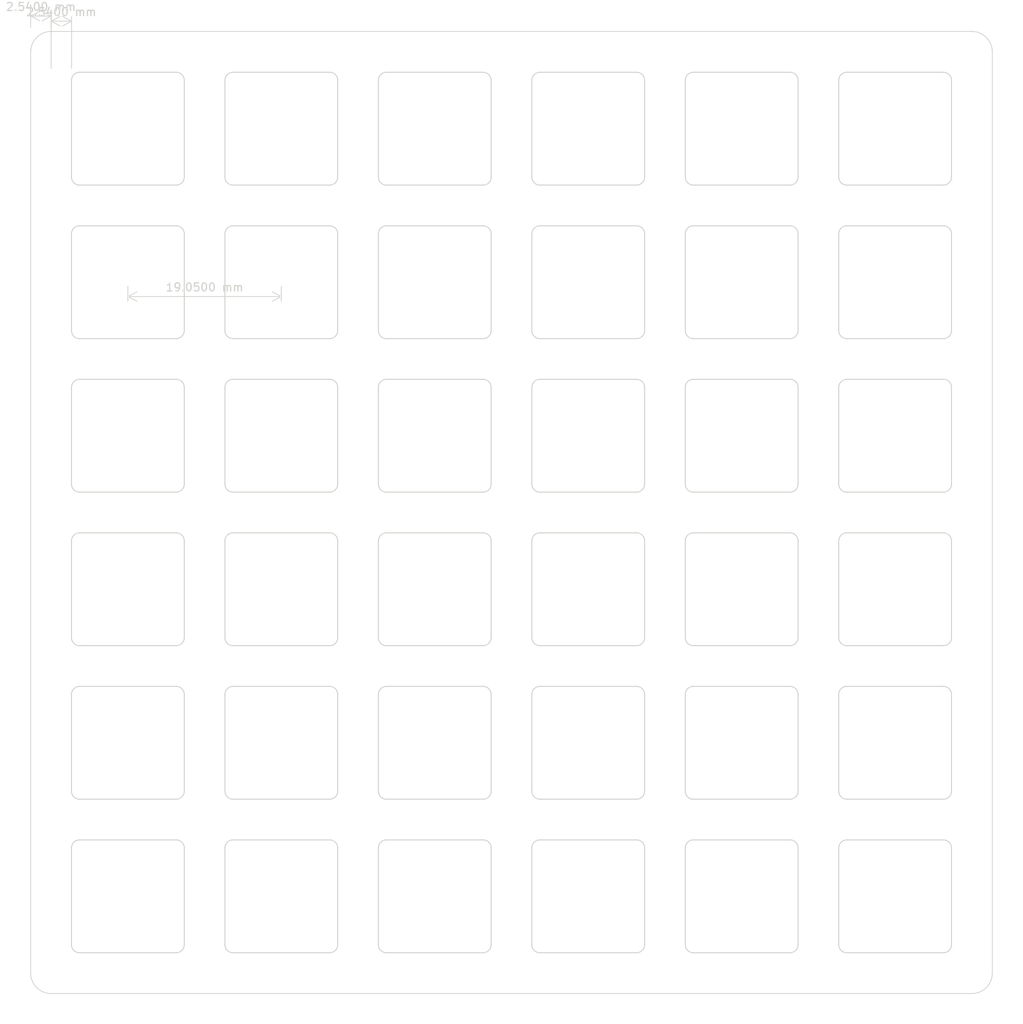
<source format=kicad_pcb>
(kicad_pcb (version 20211014) (generator pcbnew)
  (layers (0 "F.Cu" signal) (31 "B.Cu" signal) (34 "B.Paste" user) (35 "F.Paste" user) (36 "B.SilkS" user "B.Silkscreen") (37 "F.SilkS" user "F.Silkscreen") (38 "B.Mask" user) (39 "F.Mask" user) (44 "Edge.Cuts" user))
  (net 0 "")
  (footprint "Keyboard_JSA:Switch_Hole_Cutout_w_Deco" (layer "F.Cu") (at 88.9 107.95)
    (fp_text reference "REF**27" hide)
    (fp_text value "e" hide)
    (fp_line (start -7 6) (end -7 -6) (layer "Edge.Cuts") (width 0.12))
    (fp_line (start 7 6) (end 7 -6) (layer "Edge.Cuts") (width 0.12))
    (fp_line (start -6 -7) (end 6 -7) (layer "Edge.Cuts") (width 0.12))
    (fp_line (start -6 7) (end 6 7) (layer "Edge.Cuts") (width 0.12))
    (fp_arc (start 7 6) (mid 6.707107 6.707107) (end 6 7) (layer "Edge.Cuts") (width 0.12))
    (fp_arc (start -7 -6) (mid -6.707107 -6.707107) (end -6 -7) (layer "Edge.Cuts") (width 0.12))
    (fp_arc (start 6 -7) (mid 6.707107 -6.707107) (end 7 -6) (layer "Edge.Cuts") (width 0.12))
    (fp_arc (start -6 7) (mid -6.707107 6.707107) (end -7 6) (layer "Edge.Cuts") (width 0.12))
  )
  (footprint "Keyboard_JSA:Switch_Hole_Cutout_w_Deco" (layer "F.Cu") (at 50.8 88.9)
    (fp_text reference "REF**19" hide)
    (fp_text value "e" hide)
    (fp_line (start -7 6) (end -7 -6) (layer "Edge.Cuts") (width 0.12))
    (fp_line (start -6 -7) (end 6 -7) (layer "Edge.Cuts") (width 0.12))
    (fp_line (start 7 6) (end 7 -6) (layer "Edge.Cuts") (width 0.12))
    (fp_line (start -6 7) (end 6 7) (layer "Edge.Cuts") (width 0.12))
    (fp_arc (start -7 -6) (mid -6.707107 -6.707107) (end -6 -7) (layer "Edge.Cuts") (width 0.12))
    (fp_arc (start -6 7) (mid -6.707107 6.707107) (end -7 6) (layer "Edge.Cuts") (width 0.12))
    (fp_arc (start 6 -7) (mid 6.707107 -6.707107) (end 7 -6) (layer "Edge.Cuts") (width 0.12))
    (fp_arc (start 7 6) (mid 6.707107 6.707107) (end 6 7) (layer "Edge.Cuts") (width 0.12))
  )
  (footprint "MountingHole:MountingHole_2.7mm_M2.5" (layer "F.Cu") (at 117.475 117.475)
    (fp_text reference "REF**")
    (fp_text value "MountingHole_2.7mm_M2.5")
    (pad "" np_thru_hole circle (at 0 0) (size 2.7 2.7) (drill 2.7) (layers *.Cu *.Mask))
  )
  (footprint "Keyboard_JSA:Switch_Hole_Cutout_w_Deco" (layer "F.Cu") (at 107.95 50.8)
    (fp_text reference "REF**10" hide)
    (fp_text value "e" hide)
    (fp_line (start -6 -7) (end 6 -7) (layer "Edge.Cuts") (width 0.12))
    (fp_line (start 7 6) (end 7 -6) (layer "Edge.Cuts") (width 0.12))
    (fp_line (start -7 6) (end -7 -6) (layer "Edge.Cuts") (width 0.12))
    (fp_line (start -6 7) (end 6 7) (layer "Edge.Cuts") (width 0.12))
    (fp_arc (start 6 -7) (mid 6.707107 -6.707107) (end 7 -6) (layer "Edge.Cuts") (width 0.12))
    (fp_arc (start -7 -6) (mid -6.707107 -6.707107) (end -6 -7) (layer "Edge.Cuts") (width 0.12))
    (fp_arc (start 7 6) (mid 6.707107 6.707107) (end 6 7) (layer "Edge.Cuts") (width 0.12))
    (fp_arc (start -6 7) (mid -6.707107 6.707107) (end -7 6) (layer "Edge.Cuts") (width 0.12))
  )
  (footprint "Keyboard_JSA:Switch_Hole_Cutout_w_Deco" (layer "F.Cu") (at 69.85 31.75)
    (fp_text reference "REF**2" hide)
    (fp_text value "e" hide)
    (fp_line (start -6 7) (end 6 7) (layer "Edge.Cuts") (width 0.12))
    (fp_line (start 7 6) (end 7 -6) (layer "Edge.Cuts") (width 0.12))
    (fp_line (start -6 -7) (end 6 -7) (layer "Edge.Cuts") (width 0.12))
    (fp_line (start -7 6) (end -7 -6) (layer "Edge.Cuts") (width 0.12))
    (fp_arc (start 6 -7) (mid 6.707107 -6.707107) (end 7 -6) (layer "Edge.Cuts") (width 0.12))
    (fp_arc (start 7 6) (mid 6.707107 6.707107) (end 6 7) (layer "Edge.Cuts") (width 0.12))
    (fp_arc (start -7 -6) (mid -6.707107 -6.707107) (end -6 -7) (layer "Edge.Cuts") (width 0.12))
    (fp_arc (start -6 7) (mid -6.707107 6.707107) (end -7 6) (layer "Edge.Cuts") (width 0.12))
  )
  (footprint "Keyboard_JSA:Switch_Hole_Cutout_w_Deco" (layer "F.Cu") (at 88.9 31.75)
    (fp_text reference "REF**3" hide)
    (fp_text value "e" hide)
    (fp_line (start -6 7) (end 6 7) (layer "Edge.Cuts") (width 0.12))
    (fp_line (start -7 6) (end -7 -6) (layer "Edge.Cuts") (width 0.12))
    (fp_line (start -6 -7) (end 6 -7) (layer "Edge.Cuts") (width 0.12))
    (fp_line (start 7 6) (end 7 -6) (layer "Edge.Cuts") (width 0.12))
    (fp_arc (start 7 6) (mid 6.707107 6.707107) (end 6 7) (layer "Edge.Cuts") (width 0.12))
    (fp_arc (start -6 7) (mid -6.707107 6.707107) (end -7 6) (layer "Edge.Cuts") (width 0.12))
    (fp_arc (start -7 -6) (mid -6.707107 -6.707107) (end -6 -7) (layer "Edge.Cuts") (width 0.12))
    (fp_arc (start 6 -7) (mid 6.707107 -6.707107) (end 7 -6) (layer "Edge.Cuts") (width 0.12))
  )
  (footprint "Keyboard_JSA:Switch_Hole_Cutout_w_Deco" (layer "F.Cu") (at 50.8 69.85)
    (fp_text reference "REF**13" hide)
    (fp_text value "e" hide)
    (fp_line (start -7 6) (end -7 -6) (layer "Edge.Cuts") (width 0.12))
    (fp_line (start -6 -7) (end 6 -7) (layer "Edge.Cuts") (width 0.12))
    (fp_line (start 7 6) (end 7 -6) (layer "Edge.Cuts") (width 0.12))
    (fp_line (start -6 7) (end 6 7) (layer "Edge.Cuts") (width 0.12))
    (fp_arc (start -6 7) (mid -6.707107 6.707107) (end -7 6) (layer "Edge.Cuts") (width 0.12))
    (fp_arc (start -7 -6) (mid -6.707107 -6.707107) (end -6 -7) (layer "Edge.Cuts") (width 0.12))
    (fp_arc (start 6 -7) (mid 6.707107 -6.707107) (end 7 -6) (layer "Edge.Cuts") (width 0.12))
    (fp_arc (start 7 6) (mid 6.707107 6.707107) (end 6 7) (layer "Edge.Cuts") (width 0.12))
  )
  (footprint "Keyboard_JSA:Switch_Hole_Cutout_w_Deco" (layer "F.Cu") (at 127 88.9)
    (fp_text reference "REF**23" hide)
    (fp_text value "e" hide)
    (fp_line (start -6 -7) (end 6 -7) (layer "Edge.Cuts") (width 0.12))
    (fp_line (start -6 7) (end 6 7) (layer "Edge.Cuts") (width 0.12))
    (fp_line (start -7 6) (end -7 -6) (layer "Edge.Cuts") (width 0.12))
    (fp_line (start 7 6) (end 7 -6) (layer "Edge.Cuts") (width 0.12))
    (fp_arc (start -7 -6) (mid -6.707107 -6.707107) (end -6 -7) (layer "Edge.Cuts") (width 0.12))
    (fp_arc (start 7 6) (mid 6.707107 6.707107) (end 6 7) (layer "Edge.Cuts") (width 0.12))
    (fp_arc (start 6 -7) (mid 6.707107 -6.707107) (end 7 -6) (layer "Edge.Cuts") (width 0.12))
    (fp_arc (start -6 7) (mid -6.707107 6.707107) (end -7 6) (layer "Edge.Cuts") (width 0.12))
  )
  (footprint "Keyboard_JSA:Switch_Hole_Cutout_w_Deco" (layer "F.Cu") (at 31.75 50.8)
    (fp_text reference "REF**6" hide)
    (fp_text value "e" hide)
    (fp_line (start -7 6) (end -7 -6) (layer "Edge.Cuts") (width 0.12))
    (fp_line (start -6 -7) (end 6 -7) (layer "Edge.Cuts") (width 0.12))
    (fp_line (start -6 7) (end 6 7) (layer "Edge.Cuts") (width 0.12))
    (fp_line (start 7 6) (end 7 -6) (layer "Edge.Cuts") (width 0.12))
    (fp_arc (start 6 -7) (mid 6.707107 -6.707107) (end 7 -6) (layer "Edge.Cuts") (width 0.12))
    (fp_arc (start -7 -6) (mid -6.707107 -6.707107) (end -6 -7) (layer "Edge.Cuts") (width 0.12))
    (fp_arc (start 7 6) (mid 6.707107 6.707107) (end 6 7) (layer "Edge.Cuts") (width 0.12))
    (fp_arc (start -6 7) (mid -6.707107 6.707107) (end -7 6) (layer "Edge.Cuts") (width 0.12))
  )
  (footprint "Keyboard_JSA:JLC Legend" (layer "F.Cu") (at 79.375 41.275)
    (fp_text reference "REF**" hide)
    (fp_text value "JLC Legend" hide)
  )
  (footprint "Keyboard_JSA:Switch_Hole_Cutout_w_Deco" (layer "F.Cu") (at 127 127)
    (fp_text reference "REF**35" hide)
    (fp_text value "e" hide)
    (fp_line (start -6 7) (end 6 7) (layer "Edge.Cuts") (width 0.12))
    (fp_line (start -7 6) (end -7 -6) (layer "Edge.Cuts") (width 0.12))
    (fp_line (start -6 -7) (end 6 -7) (layer "Edge.Cuts") (width 0.12))
    (fp_line (start 7 6) (end 7 -6) (layer "Edge.Cuts") (width 0.12))
    (fp_arc (start 7 6) (mid 6.707107 6.707107) (end 6 7) (layer "Edge.Cuts") (width 0.12))
    (fp_arc (start 6 -7) (mid 6.707107 -6.707107) (end 7 -6) (layer "Edge.Cuts") (width 0.12))
    (fp_arc (start -7 -6) (mid -6.707107 -6.707107) (end -6 -7) (layer "Edge.Cuts") (width 0.12))
    (fp_arc (start -6 7) (mid -6.707107 6.707107) (end -7 6) (layer "Edge.Cuts") (width 0.12))
  )
  (footprint "Keyboard_JSA:Switch_Hole_Cutout_w_Deco" (layer "F.Cu") (at 69.85 107.95)
    (fp_text reference "REF**26" hide)
    (fp_text value "e" hide)
    (fp_line (start -6 -7) (end 6 -7) (layer "Edge.Cuts") (width 0.12))
    (fp_line (start 7 6) (end 7 -6) (layer "Edge.Cuts") (width 0.12))
    (fp_line (start -6 7) (end 6 7) (layer "Edge.Cuts") (width 0.12))
    (fp_line (start -7 6) (end -7 -6) (layer "Edge.Cuts") (width 0.12))
    (fp_arc (start -7 -6) (mid -6.707107 -6.707107) (end -6 -7) (layer "Edge.Cuts") (width 0.12))
    (fp_arc (start 7 6) (mid 6.707107 6.707107) (end 6 7) (layer "Edge.Cuts") (width 0.12))
    (fp_arc (start -6 7) (mid -6.707107 6.707107) (end -7 6) (layer "Edge.Cuts") (width 0.12))
    (fp_arc (start 6 -7) (mid 6.707107 -6.707107) (end 7 -6) (layer "Edge.Cuts") (width 0.12))
  )
  (footprint "Keyboard_JSA:Switch_Hole_Cutout_w_Deco" (layer "F.Cu") (at 107.95 88.9)
    (fp_text reference "REF**22" hide)
    (fp_text value "e" hide)
    (fp_line (start 7 6) (end 7 -6) (layer "Edge.Cuts") (width 0.12))
    (fp_line (start -7 6) (end -7 -6) (layer "Edge.Cuts") (width 0.12))
    (fp_line (start -6 7) (end 6 7) (layer "Edge.Cuts") (width 0.12))
    (fp_line (start -6 -7) (end 6 -7) (layer "Edge.Cuts") (width 0.12))
    (fp_arc (start 6 -7) (mid 6.707107 -6.707107) (end 7 -6) (layer "Edge.Cuts") (width 0.12))
    (fp_arc (start -7 -6) (mid -6.707107 -6.707107) (end -6 -7) (layer "Edge.Cuts") (width 0.12))
    (fp_arc (start -6 7) (mid -6.707107 6.707107) (end -7 6) (layer "Edge.Cuts") (width 0.12))
    (fp_arc (start 7 6) (mid 6.707107 6.707107) (end 6 7) (layer "Edge.Cuts") (width 0.12))
  )
  (footprint "Keyboard_JSA:Switch_Hole_Cutout_w_Deco" (layer "F.Cu") (at 50.8 127)
    (fp_text reference "REF**31" hide)
    (fp_text value "e" hide)
    (fp_line (start 7 6) (end 7 -6) (layer "Edge.Cuts") (width 0.12))
    (fp_line (start -7 6) (end -7 -6) (layer "Edge.Cuts") (width 0.12))
    (fp_line (start -6 -7) (end 6 -7) (layer "Edge.Cuts") (width 0.12))
    (fp_line (start -6 7) (end 6 7) (layer "Edge.Cuts") (width 0.12))
    (fp_arc (start -7 -6) (mid -6.707107 -6.707107) (end -6 -7) (layer "Edge.Cuts") (width 0.12))
    (fp_arc (start -6 7) (mid -6.707107 6.707107) (end -7 6) (layer "Edge.Cuts") (width 0.12))
    (fp_arc (start 6 -7) (mid 6.707107 -6.707107) (end 7 -6) (layer "Edge.Cuts") (width 0.12))
    (fp_arc (start 7 6) (mid 6.707107 6.707107) (end 6 7) (layer "Edge.Cuts") (width 0.12))
  )
  (footprint "Keyboard_JSA:Switch_Hole_Cutout_w_Deco" (layer "F.Cu") (at 127 69.85)
    (fp_text reference "REF**17" hide)
    (fp_text value "e" hide)
    (fp_line (start -7 6) (end -7 -6) (layer "Edge.Cuts") (width 0.12))
    (fp_line (start -6 -7) (end 6 -7) (layer "Edge.Cuts") (width 0.12))
    (fp_line (start 7 6) (end 7 -6) (layer "Edge.Cuts") (width 0.12))
    (fp_line (start -6 7) (end 6 7) (layer "Edge.Cuts") (width 0.12))
    (fp_arc (start 6 -7) (mid 6.707107 -6.707107) (end 7 -6) (layer "Edge.Cuts") (width 0.12))
    (fp_arc (start -6 7) (mid -6.707107 6.707107) (end -7 6) (layer "Edge.Cuts") (width 0.12))
    (fp_arc (start 7 6) (mid 6.707107 6.707107) (end 6 7) (layer "Edge.Cuts") (width 0.12))
    (fp_arc (start -7 -6) (mid -6.707107 -6.707107) (end -6 -7) (layer "Edge.Cuts") (width 0.12))
  )
  (footprint "Keyboard_JSA:Switch_Hole_Cutout_w_Deco" (layer "F.Cu") (at 107.95 107.95)
    (fp_text reference "REF**28" hide)
    (fp_text value "e" hide)
    (fp_line (start -6 7) (end 6 7) (layer "Edge.Cuts") (width 0.12))
    (fp_line (start -7 6) (end -7 -6) (layer "Edge.Cuts") (width 0.12))
    (fp_line (start 7 6) (end 7 -6) (layer "Edge.Cuts") (width 0.12))
    (fp_line (start -6 -7) (end 6 -7) (layer "Edge.Cuts") (width 0.12))
    (fp_arc (start 6 -7) (mid 6.707107 -6.707107) (end 7 -6) (layer "Edge.Cuts") (width 0.12))
    (fp_arc (start 7 6) (mid 6.707107 6.707107) (end 6 7) (layer "Edge.Cuts") (width 0.12))
    (fp_arc (start -7 -6) (mid -6.707107 -6.707107) (end -6 -7) (layer "Edge.Cuts") (width 0.12))
    (fp_arc (start -6 7) (mid -6.707107 6.707107) (end -7 6) (layer "Edge.Cuts") (width 0.12))
  )
  (footprint "Keyboard_JSA:Switch_Hole_Cutout_w_Deco" (layer "F.Cu") (at 69.85 50.8)
    (fp_text reference "REF**8" hide)
    (fp_text value "e" hide)
    (fp_line (start -6 7) (end 6 7) (layer "Edge.Cuts") (width 0.12))
    (fp_line (start -7 6) (end -7 -6) (layer "Edge.Cuts") (width 0.12))
    (fp_line (start -6 -7) (end 6 -7) (layer "Edge.Cuts") (width 0.12))
    (fp_line (start 7 6) (end 7 -6) (layer "Edge.Cuts") (width 0.12))
    (fp_arc (start 7 6) (mid 6.707107 6.707107) (end 6 7) (layer "Edge.Cuts") (width 0.12))
    (fp_arc (start -7 -6) (mid -6.707107 -6.707107) (end -6 -7) (layer "Edge.Cuts") (width 0.12))
    (fp_arc (start 6 -7) (mid 6.707107 -6.707107) (end 7 -6) (layer "Edge.Cuts") (width 0.12))
    (fp_arc (start -6 7) (mid -6.707107 6.707107) (end -7 6) (layer "Edge.Cuts") (width 0.12))
  )
  (footprint "Keyboard_JSA:Switch_Hole_Cutout_w_Deco" (layer "F.Cu") (at 107.95 31.75)
    (fp_text reference "REF**4" hide)
    (fp_text value "e" hide)
    (fp_line (start 7 6) (end 7 -6) (layer "Edge.Cuts") (width 0.12))
    (fp_line (start -6 -7) (end 6 -7) (layer "Edge.Cuts") (width 0.12))
    (fp_line (start -6 7) (end 6 7) (layer "Edge.Cuts") (width 0.12))
    (fp_line (start -7 6) (end -7 -6) (layer "Edge.Cuts") (width 0.12))
    (fp_arc (start -6 7) (mid -6.707107 6.707107) (end -7 6) (layer "Edge.Cuts") (width 0.12))
    (fp_arc (start 6 -7) (mid 6.707107 -6.707107) (end 7 -6) (layer "Edge.Cuts") (width 0.12))
    (fp_arc (start 7 6) (mid 6.707107 6.707107) (end 6 7) (layer "Edge.Cuts") (width 0.12))
    (fp_arc (start -7 -6) (mid -6.707107 -6.707107) (end -6 -7) (layer "Edge.Cuts") (width 0.12))
  )
  (footprint "Keyboard_JSA:Switch_Hole_Cutout_w_Deco" (layer "F.Cu") (at 69.85 88.9)
    (fp_text reference "REF**20" hide)
    (fp_text value "e" hide)
    (fp_line (start 7 6) (end 7 -6) (layer "Edge.Cuts") (width 0.12))
    (fp_line (start -6 7) (end 6 7) (layer "Edge.Cuts") (width 0.12))
    (fp_line (start -6 -7) (end 6 -7) (layer "Edge.Cuts") (width 0.12))
    (fp_line (start -7 6) (end -7 -6) (layer "Edge.Cuts") (width 0.12))
    (fp_arc (start 6 -7) (mid 6.707107 -6.707107) (end 7 -6) (layer "Edge.Cuts") (width 0.12))
    (fp_arc (start -7 -6) (mid -6.707107 -6.707107) (end -6 -7) (layer "Edge.Cuts") (width 0.12))
    (fp_arc (start -6 7) (mid -6.707107 6.707107) (end -7 6) (layer "Edge.Cuts") (width 0.12))
    (fp_arc (start 7 6) (mid 6.707107 6.707107) (end 6 7) (layer "Edge.Cuts") (width 0.12))
  )
  (footprint "MountingHole:MountingHole_2.7mm_M2.5" (layer "F.Cu") (at 41.275 41.275)
    (fp_text reference "REF**")
    (fp_text value "MountingHole_2.7mm_M2.5")
    (pad "" np_thru_hole circle (at 0 0) (size 2.7 2.7) (drill 2.7) (layers *.Cu *.Mask))
  )
  (footprint "Keyboard_JSA:Switch_Hole_Cutout_w_Deco" (layer "F.Cu") (at 88.9 127)
    (fp_text reference "REF**33" hide)
    (fp_text value "e" hide)
    (fp_line (start -6 -7) (end 6 -7) (layer "Edge.Cuts") (width 0.12))
    (fp_line (start -6 7) (end 6 7) (layer "Edge.Cuts") (width 0.12))
    (fp_line (start 7 6) (end 7 -6) (layer "Edge.Cuts") (width 0.12))
    (fp_line (start -7 6) (end -7 -6) (layer "Edge.Cuts") (width 0.12))
    (fp_arc (start -6 7) (mid -6.707107 6.707107) (end -7 6) (layer "Edge.Cuts") (width 0.12))
    (fp_arc (start 7 6) (mid 6.707107 6.707107) (end 6 7) (layer "Edge.Cuts") (width 0.12))
    (fp_arc (start 6 -7) (mid 6.707107 -6.707107) (end 7 -6) (layer "Edge.Cuts") (width 0.12))
    (fp_arc (start -7 -6) (mid -6.707107 -6.707107) (end -6 -7) (layer "Edge.Cuts") (width 0.12))
  )
  (footprint "Keyboard_JSA:Switch_Hole_Cutout_w_Deco" (layer "F.Cu") (at 69.85 127)
    (fp_text reference "REF**32" hide)
    (fp_text value "e" hide)
    (fp_line (start 7 6) (end 7 -6) (layer "Edge.Cuts") (width 0.12))
    (fp_line (start -6 -7) (end 6 -7) (layer "Edge.Cuts") (width 0.12))
    (fp_line (start -7 6) (end -7 -6) (layer "Edge.Cuts") (width 0.12))
    (fp_line (start -6 7) (end 6 7) (layer "Edge.Cuts") (width 0.12))
    (fp_arc (start 7 6) (mid 6.707107 6.707107) (end 6 7) (layer "Edge.Cuts") (width 0.12))
    (fp_arc (start -7 -6) (mid -6.707107 -6.707107) (end -6 -7) (layer "Edge.Cuts") (width 0.12))
    (fp_arc (start -6 7) (mid -6.707107 6.707107) (end -7 6) (layer "Edge.Cuts") (width 0.12))
    (fp_arc (start 6 -7) (mid 6.707107 -6.707107) (end 7 -6) (layer "Edge.Cuts") (width 0.12))
  )
  (footprint "Keyboard_JSA:Switch_Hole_Cutout_w_Deco" (layer "F.Cu") (at 127 107.95)
    (fp_text reference "REF**29" hide)
    (fp_text value "e" hide)
    (fp_line (start -7 6) (end -7 -6) (layer "Edge.Cuts") (width 0.12))
    (fp_line (start 7 6) (end 7 -6) (layer "Edge.Cuts") (width 0.12))
    (fp_line (start -6 -7) (end 6 -7) (layer "Edge.Cuts") (width 0.12))
    (fp_line (start -6 7) (end 6 7) (layer "Edge.Cuts") (width 0.12))
    (fp_arc (start 6 -7) (mid 6.707107 -6.707107) (end 7 -6) (layer "Edge.Cuts") (width 0.12))
    (fp_arc (start -7 -6) (mid -6.707107 -6.707107) (end -6 -7) (layer "Edge.Cuts") (width 0.12))
    (fp_arc (start -6 7) (mid -6.707107 6.707107) (end -7 6) (layer "Edge.Cuts") (width 0.12))
    (fp_arc (start 7 6) (mid 6.707107 6.707107) (end 6 7) (layer "Edge.Cuts") (width 0.12))
  )
  (footprint "Keyboard_JSA:Switch_Hole_Cutout_w_Deco" (layer "F.Cu") (at 107.95 127)
    (fp_text reference "REF**34" hide)
    (fp_text value "e" hide)
    (fp_line (start -7 6) (end -7 -6) (layer "Edge.Cuts") (width 0.12))
    (fp_line (start -6 7) (end 6 7) (layer "Edge.Cuts") (width 0.12))
    (fp_line (start -6 -7) (end 6 -7) (layer "Edge.Cuts") (width 0.12))
    (fp_line (start 7 6) (end 7 -6) (layer "Edge.Cuts") (width 0.12))
    (fp_arc (start 7 6) (mid 6.707107 6.707107) (end 6 7) (layer "Edge.Cuts") (width 0.12))
    (fp_arc (start -6 7) (mid -6.707107 6.707107) (end -7 6) (layer "Edge.Cuts") (width 0.12))
    (fp_arc (start 6 -7) (mid 6.707107 -6.707107) (end 7 -6) (layer "Edge.Cuts") (width 0.12))
    (fp_arc (start -7 -6) (mid -6.707107 -6.707107) (end -6 -7) (layer "Edge.Cuts") (width 0.12))
  )
  (footprint "Keyboard_JSA:Switch_Hole_Cutout_w_Deco" (layer "F.Cu") (at 127 31.75)
    (fp_text reference "REF**5" hide)
    (fp_text value "e" hide)
    (fp_line (start 7 6) (end 7 -6) (layer "Edge.Cuts") (width 0.12))
    (fp_line (start -7 6) (end -7 -6) (layer "Edge.Cuts") (width 0.12))
    (fp_line (start -6 7) (end 6 7) (layer "Edge.Cuts") (width 0.12))
    (fp_line (start -6 -7) (end 6 -7) (layer "Edge.Cuts") (width 0.12))
    (fp_arc (start -6 7) (mid -6.707107 6.707107) (end -7 6) (layer "Edge.Cuts") (width 0.12))
    (fp_arc (start -7 -6) (mid -6.707107 -6.707107) (end -6 -7) (layer "Edge.Cuts") (width 0.12))
    (fp_arc (start 6 -7) (mid 6.707107 -6.707107) (end 7 -6) (layer "Edge.Cuts") (width 0.12))
    (fp_arc (start 7 6) (mid 6.707107 6.707107) (end 6 7) (layer "Edge.Cuts") (width 0.12))
  )
  (footprint "Keyboard_JSA:Switch_Hole_Cutout_w_Deco" (layer "F.Cu") (at 31.75 127)
    (fp_text reference "REF**30" hide)
    (fp_text value "e" hide)
    (fp_line (start 7 6) (end 7 -6) (layer "Edge.Cuts") (width 0.12))
    (fp_line (start -6 -7) (end 6 -7) (layer "Edge.Cuts") (width 0.12))
    (fp_line (start -7 6) (end -7 -6) (layer "Edge.Cuts") (width 0.12))
    (fp_line (start -6 7) (end 6 7) (layer "Edge.Cuts") (width 0.12))
    (fp_arc (start -6 7) (mid -6.707107 6.707107) (end -7 6) (layer "Edge.Cuts") (width 0.12))
    (fp_arc (start 7 6) (mid 6.707107 6.707107) (end 6 7) (layer "Edge.Cuts") (width 0.12))
    (fp_arc (start -7 -6) (mid -6.707107 -6.707107) (end -6 -7) (layer "Edge.Cuts") (width 0.12))
    (fp_arc (start 6 -7) (mid 6.707107 -6.707107) (end 7 -6) (layer "Edge.Cuts") (width 0.12))
  )
  (footprint "Keyboard_JSA:Switch_Hole_Cutout_w_Deco" (layer "F.Cu") (at 107.95 69.85)
    (fp_text reference "REF**16" hide)
    (fp_text value "e" hide)
    (fp_line (start -6 -7) (end 6 -7) (layer "Edge.Cuts") (width 0.12))
    (fp_line (start -7 6) (end -7 -6) (layer "Edge.Cuts") (width 0.12))
    (fp_line (start 7 6) (end 7 -6) (layer "Edge.Cuts") (width 0.12))
    (fp_line (start -6 7) (end 6 7) (layer "Edge.Cuts") (width 0.12))
    (fp_arc (start -7 -6) (mid -6.707107 -6.707107) (end -6 -7) (layer "Edge.Cuts") (width 0.12))
    (fp_arc (start 7 6) (mid 6.707107 6.707107) (end 6 7) (layer "Edge.Cuts") (width 0.12))
    (fp_arc (start 6 -7) (mid 6.707107 -6.707107) (end 7 -6) (layer "Edge.Cuts") (width 0.12))
    (fp_arc (start -6 7) (mid -6.707107 6.707107) (end -7 6) (layer "Edge.Cuts") (width 0.12))
  )
  (footprint "MountingHole:MountingHole_2.7mm_M2.5" (layer "F.Cu") (at 79.375 79.375)
    (fp_text reference "REF**")
    (fp_text value "MountingHole_2.7mm_M2.5")
    (pad "" np_thru_hole circle (at 0 0) (size 2.7 2.7) (drill 2.7) (layers *.Cu *.Mask))
  )
  (footprint "Keyboard_JSA:Switch_Hole_Cutout_w_Deco" (layer "F.Cu") (at 31.75 69.85)
    (fp_text reference "REF**12" hide)
    (fp_text value "e" hide)
    (fp_line (start -7 6) (end -7 -6) (layer "Edge.Cuts") (width 0.12))
    (fp_line (start -6 -7) (end 6 -7) (layer "Edge.Cuts") (width 0.12))
    (fp_line (start 7 6) (end 7 -6) (layer "Edge.Cuts") (width 0.12))
    (fp_line (start -6 7) (end 6 7) (layer "Edge.Cuts") (width 0.12))
    (fp_arc (start 6 -7) (mid 6.707107 -6.707107) (end 7 -6) (layer "Edge.Cuts") (width 0.12))
    (fp_arc (start 7 6) (mid 6.707107 6.707107) (end 6 7) (layer "Edge.Cuts") (width 0.12))
    (fp_arc (start -7 -6) (mid -6.707107 -6.707107) (end -6 -7) (layer "Edge.Cuts") (width 0.12))
    (fp_arc (start -6 7) (mid -6.707107 6.707107) (end -7 6) (layer "Edge.Cuts") (width 0.12))
  )
  (footprint "Keyboard_JSA:Switch_Hole_Cutout_w_Deco" (layer "F.Cu") (at 88.9 69.85)
    (fp_text reference "REF**15" hide)
    (fp_text value "e" hide)
    (fp_line (start -6 7) (end 6 7) (layer "Edge.Cuts") (width 0.12))
    (fp_line (start -7 6) (end -7 -6) (layer "Edge.Cuts") (width 0.12))
    (fp_line (start -6 -7) (end 6 -7) (layer "Edge.Cuts") (width 0.12))
    (fp_line (start 7 6) (end 7 -6) (layer "Edge.Cuts") (width 0.12))
    (fp_arc (start 7 6) (mid 6.707107 6.707107) (end 6 7) (layer "Edge.Cuts") (width 0.12))
    (fp_arc (start -7 -6) (mid -6.707107 -6.707107) (end -6 -7) (layer "Edge.Cuts") (width 0.12))
    (fp_arc (start -6 7) (mid -6.707107 6.707107) (end -7 6) (layer "Edge.Cuts") (width 0.12))
    (fp_arc (start 6 -7) (mid 6.707107 -6.707107) (end 7 -6) (layer "Edge.Cuts") (width 0.12))
  )
  (footprint "Keyboard_JSA:Switch_Hole_Cutout_w_Deco" (layer "F.Cu") (at 127 50.8)
    (fp_text reference "REF**11" hide)
    (fp_text value "e" hide)
    (fp_line (start -7 6) (end -7 -6) (layer "Edge.Cuts") (width 0.12))
    (fp_line (start 7 6) (end 7 -6) (layer "Edge.Cuts") (width 0.12))
    (fp_line (start -6 -7) (end 6 -7) (layer "Edge.Cuts") (width 0.12))
    (fp_line (start -6 7) (end 6 7) (layer "Edge.Cuts") (width 0.12))
    (fp_arc (start 7 6) (mid 6.707107 6.707107) (end 6 7) (layer "Edge.Cuts") (width 0.12))
    (fp_arc (start 6 -7) (mid 6.707107 -6.707107) (end 7 -6) (layer "Edge.Cuts") (width 0.12))
    (fp_arc (start -7 -6) (mid -6.707107 -6.707107) (end -6 -7) (layer "Edge.Cuts") (width 0.12))
    (fp_arc (start -6 7) (mid -6.707107 6.707107) (end -7 6) (layer "Edge.Cuts") (width 0.12))
  )
  (footprint "Keyboard_JSA:Switch_Hole_Cutout_w_Deco" (layer "F.Cu") (at 69.85 69.85)
    (fp_text reference "REF**14" hide)
    (fp_text value "e" hide)
    (fp_line (start -6 7) (end 6 7) (layer "Edge.Cuts") (width 0.12))
    (fp_line (start -7 6) (end -7 -6) (layer "Edge.Cuts") (width 0.12))
    (fp_line (start -6 -7) (end 6 -7) (layer "Edge.Cuts") (width 0.12))
    (fp_line (start 7 6) (end 7 -6) (layer "Edge.Cuts") (width 0.12))
    (fp_arc (start 6 -7) (mid 6.707107 -6.707107) (end 7 -6) (layer "Edge.Cuts") (width 0.12))
    (fp_arc (start -6 7) (mid -6.707107 6.707107) (end -7 6) (layer "Edge.Cuts") (width 0.12))
    (fp_arc (start -7 -6) (mid -6.707107 -6.707107) (end -6 -7) (layer "Edge.Cuts") (width 0.12))
    (fp_arc (start 7 6) (mid 6.707107 6.707107) (end 6 7) (layer "Edge.Cuts") (width 0.12))
  )
  (footprint "Keyboard_JSA:Switch_Hole_Cutout_w_Deco" (layer "F.Cu") (at 50.8 50.8)
    (fp_text reference "REF**7" hide)
    (fp_text value "e" hide)
    (fp_line (start 7 6) (end 7 -6) (layer "Edge.Cuts") (width 0.12))
    (fp_line (start -7 6) (end -7 -6) (layer "Edge.Cuts") (width 0.12))
    (fp_line (start -6 7) (end 6 7) (layer "Edge.Cuts") (width 0.12))
    (fp_line (start -6 -7) (end 6 -7) (layer "Edge.Cuts") (width 0.12))
    (fp_arc (start 6 -7) (mid 6.707107 -6.707107) (end 7 -6) (layer "Edge.Cuts") (width 0.12))
    (fp_arc (start -6 7) (mid -6.707107 6.707107) (end -7 6) (layer "Edge.Cuts") (width 0.12))
    (fp_arc (start 7 6) (mid 6.707107 6.707107) (end 6 7) (layer "Edge.Cuts") (width 0.12))
    (fp_arc (start -7 -6) (mid -6.707107 -6.707107) (end -6 -7) (layer "Edge.Cuts") (width 0.12))
  )
  (footprint "Keyboard_JSA:Switch_Hole_Cutout_w_Deco" (layer "F.Cu") (at 88.9 88.9)
    (fp_text reference "REF**21" hide)
    (fp_text value "e" hide)
    (fp_line (start -6 -7) (end 6 -7) (layer "Edge.Cuts") (width 0.12))
    (fp_line (start -6 7) (end 6 7) (layer "Edge.Cuts") (width 0.12))
    (fp_line (start 7 6) (end 7 -6) (layer "Edge.Cuts") (width 0.12))
    (fp_line (start -7 6) (end -7 -6) (layer "Edge.Cuts") (width 0.12))
    (fp_arc (start 7 6) (mid 6.707107 6.707107) (end 6 7) (layer "Edge.Cuts") (width 0.12))
    (fp_arc (start -6 7) (mid -6.707107 6.707107) (end -7 6) (layer "Edge.Cuts") (width 0.12))
    (fp_arc (start 6 -7) (mid 6.707107 -6.707107) (end 7 -6) (layer "Edge.Cuts") (width 0.12))
    (fp_arc (start -7 -6) (mid -6.707107 -6.707107) (end -6 -7) (layer "Edge.Cuts") (width 0.12))
  )
  (footprint "MountingHole:MountingHole_2.7mm_M2.5" (layer "F.Cu") (at 117.475 41.275)
    (fp_text reference "REF**")
    (fp_text value "MountingHole_2.7mm_M2.5")
    (pad "" np_thru_hole circle (at 0 0) (size 2.7 2.7) (drill 2.7) (layers *.Cu *.Mask))
  )
  (footprint "MountingHole:MountingHole_2.7mm_M2.5" (layer "F.Cu") (at 41.275 117.475)
    (fp_text reference "REF**")
    (fp_text value "MountingHole_2.7mm_M2.5")
    (pad "" np_thru_hole circle (at 0 0) (size 2.7 2.7) (drill 2.7) (layers *.Cu *.Mask))
  )
  (footprint "Keyboard_JSA:Switch_Hole_Cutout_w_Deco" (layer "F.Cu") (at 88.9 50.8)
    (fp_text reference "REF**9" hide)
    (fp_text value "e" hide)
    (fp_line (start -7 6) (end -7 -6) (layer "Edge.Cuts") (width 0.12))
    (fp_line (start -6 7) (end 6 7) (layer "Edge.Cuts") (width 0.12))
    (fp_line (start 7 6) (end 7 -6) (layer "Edge.Cuts") (width 0.12))
    (fp_line (start -6 -7) (end 6 -7) (layer "Edge.Cuts") (width 0.12))
    (fp_arc (start -7 -6) (mid -6.707107 -6.707107) (end -6 -7) (layer "Edge.Cuts") (width 0.12))
    (fp_arc (start 7 6) (mid 6.707107 6.707107) (end 6 7) (layer "Edge.Cuts") (width 0.12))
    (fp_arc (start 6 -7) (mid 6.707107 -6.707107) (end 7 -6) (layer "Edge.Cuts") (width 0.12))
    (fp_arc (start -6 7) (mid -6.707107 6.707107) (end -7 6) (layer "Edge.Cuts") (width 0.12))
  )
  (footprint "Keyboard_JSA:Switch_Hole_Cutout_w_Deco" (layer "F.Cu") (at 50.8 31.75)
    (fp_text reference "REF**1" hide)
    (fp_text value "e" hide)
    (fp_line (start 7 6) (end 7 -6) (layer "Edge.Cuts") (width 0.12))
    (fp_line (start -6 -7) (end 6 -7) (layer "Edge.Cuts") (width 0.12))
    (fp_line (start -7 6) (end -7 -6) (layer "Edge.Cuts") (width 0.12))
    (fp_line (start -6 7) (end 6 7) (layer "Edge.Cuts") (width 0.12))
    (fp_arc (start -7 -6) (mid -6.707107 -6.707107) (end -6 -7) (layer "Edge.Cuts") (width 0.12))
    (fp_arc (start 6 -7) (mid 6.707107 -6.707107) (end 7 -6) (layer "Edge.Cuts") (width 0.12))
    (fp_arc (start 7 6) (mid 6.707107 6.707107) (end 6 7) (layer "Edge.Cuts") (width 0.12))
    (fp_arc (start -6 7) (mid -6.707107 6.707107) (end -7 6) (layer "Edge.Cuts") (width 0.12))
  )
  (footprint "Keyboard_JSA:Switch_Hole_Cutout_w_Deco" (layer "F.Cu") (at 31.75 31.75)
    (fp_text reference "REF**" hide)
    (fp_text value "e" hide)
    (fp_line (start -6 7) (end 6 7) (layer "Edge.Cuts") (width 0.12))
    (fp_line (start -7 6) (end -7 -6) (layer "Edge.Cuts") (width 0.12))
    (fp_line (start 7 6) (end 7 -6) (layer "Edge.Cuts") (width 0.12))
    (fp_line (start -6 -7) (end 6 -7) (layer "Edge.Cuts") (width 0.12))
    (fp_arc (start -6 7) (mid -6.707107 6.707107) (end -7 6) (layer "Edge.Cuts") (width 0.12))
    (fp_arc (start 6 -7) (mid 6.707107 -6.707107) (end 7 -6) (layer "Edge.Cuts") (width 0.12))
    (fp_arc (start 7 6) (mid 6.707107 6.707107) (end 6 7) (layer "Edge.Cuts") (width 0.12))
    (fp_arc (start -7 -6) (mid -6.707107 -6.707107) (end -6 -7) (layer "Edge.Cuts") (width 0.12))
  )
  (footprint "Keyboard_JSA:Switch_Hole_Cutout_w_Deco" (layer "F.Cu") (at 31.75 88.9)
    (fp_text reference "REF**18" hide)
    (fp_text value "e" hide)
    (fp_line (start -7 6) (end -7 -6) (layer "Edge.Cuts") (width 0.12))
    (fp_line (start -6 -7) (end 6 -7) (layer "Edge.Cuts") (width 0.12))
    (fp_line (start 7 6) (end 7 -6) (layer "Edge.Cuts") (width 0.12))
    (fp_line (start -6 7) (end 6 7) (layer "Edge.Cuts") (width 0.12))
    (fp_arc (start 7 6) (mid 6.707107 6.707107) (end 6 7) (layer "Edge.Cuts") (width 0.12))
    (fp_arc (start 6 -7) (mid 6.707107 -6.707107) (end 7 -6) (layer "Edge.Cuts") (width 0.12))
    (fp_arc (start -6 7) (mid -6.707107 6.707107) (end -7 6) (layer "Edge.Cuts") (width 0.12))
    (fp_arc (start -7 -6) (mid -6.707107 -6.707107) (end -6 -7) (layer "Edge.Cuts") (width 0.12))
  )
  (footprint "Keyboard_JSA:Switch_Hole_Cutout_w_Deco" (layer "F.Cu") (at 31.75 107.95)
    (fp_text reference "REF**24" hide)
    (fp_text value "e" hide)
    (fp_line (start -7 6) (end -7 -6) (layer "Edge.Cuts") (width 0.12))
    (fp_line (start -6 7) (end 6 7) (layer "Edge.Cuts") (width 0.12))
    (fp_line (start -6 -7) (end 6 -7) (layer "Edge.Cuts") (width 0.12))
    (fp_line (start 7 6) (end 7 -6) (layer "Edge.Cuts") (width 0.12))
    (fp_arc (start 6 -7) (mid 6.707107 -6.707107) (end 7 -6) (layer "Edge.Cuts") (width 0.12))
    (fp_arc (start -7 -6) (mid -6.707107 -6.707107) (end -6 -7) (layer "Edge.Cuts") (width 0.12))
    (fp_arc (start -6 7) (mid -6.707107 6.707107) (end -7 6) (layer "Edge.Cuts") (width 0.12))
    (fp_arc (start 7 6) (mid 6.707107 6.707107) (end 6 7) (layer "Edge.Cuts") (width 0.12))
  )
  (footprint "Keyboard_JSA:Switch_Hole_Cutout_w_Deco" (layer "F.Cu") (at 50.8 107.95)
    (fp_text reference "REF**25" hide)
    (fp_text value "e" hide)
    (fp_line (start 7 6) (end 7 -6) (layer "Edge.Cuts") (width 0.12))
    (fp_line (start -7 6) (end -7 -6) (layer "Edge.Cuts") (width 0.12))
    (fp_line (start -6 -7) (end 6 -7) (layer "Edge.Cuts") (width 0.12))
    (fp_line (start -6 7) (end 6 7) (layer "Edge.Cuts") (width 0.12))
    (fp_arc (start 6 -7) (mid 6.707107 -6.707107) (end 7 -6) (layer "Edge.Cuts") (width 0.12))
    (fp_arc (start 7 6) (mid 6.707107 6.707107) (end 6 7) (layer "Edge.Cuts") (width 0.12))
    (fp_arc (start -6 7) (mid -6.707107 6.707107) (end -7 6) (layer "Edge.Cuts") (width 0.12))
    (fp_arc (start -7 -6) (mid -6.707107 -6.707107) (end -6 -7) (layer "Edge.Cuts") (width 0.12))
  )
  (gr_line (start 19.685 136.525) (end 19.685 22.225) (layer "Edge.Cuts") (width 0.1))
  (gr_line (start 22.225 19.685) (end 136.525 19.685) (layer "Edge.Cuts") (width 0.1))
  (gr_line (start 136.525 139.065) (end 22.225 139.065) (layer "Edge.Cuts") (width 0.1))
  (gr_arc (start 19.685 22.225) (mid 20.428949 20.428949) (end 22.225 19.685) (layer "Edge.Cuts") (width 0.1))
  (gr_arc (start 139.065 136.525) (mid 138.321051 138.321051) (end 136.525 139.065) (layer "Edge.Cuts") (width 0.1))
  (gr_arc (start 136.525 19.685) (mid 138.321051 20.428949) (end 139.065 22.225) (layer "Edge.Cuts") (width 0.1))
  (gr_line (start 139.065 22.225) (end 139.065 136.525) (layer "Edge.Cuts") (width 0.1))
  (gr_arc (start 22.225 139.065) (mid 20.428949 138.321051) (end 19.685 136.525) (layer "Edge.Cuts") (width 0.1))
  (dimension (type aligned) (layer "Edge.Cuts") (pts (xy 22.225 24.765) (xy 24.765 24.765)) (height -6.35) (gr_text "100.0000 mils" (at 23.495 17.265) (layer "Edge.Cuts") (effects (font (size 1 1) (thickness 0.15)))) (format (units 3) (units_format 1) (precision 4)) (style (thickness 0.1) (arrow_length 1.27) (text_position_mode 0) (extension_height 0.58642) (extension_offset 0.5) keep_text_aligned))
  (dimension (type aligned) (layer "Edge.Cuts") (pts (xy 31.75 50.8) (xy 50.8 50.8)) (height 1.778) (gr_text "750.0000 mils" (at 41.275 51.428) (layer "Edge.Cuts") (effects (font (size 1 1) (thickness 0.15)))) (format (units 3) (units_format 1) (precision 4)) (style (thickness 0.1) (arrow_length 1.27) (text_position_mode 0) (extension_height 0.58642) (extension_offset 0.5) keep_text_aligned))
  (dimension (type aligned) (layer "Edge.Cuts") (pts (xy 22.225 19.685) (xy 19.685 19.685)) (height 1.905) (gr_text "100.0000 mils" (at 20.955 16.63) (layer "Edge.Cuts") (effects (font (size 1 1) (thickness 0.15)))) (format (units 3) (units_format 1) (precision 4)) (style (thickness 0.1) (arrow_length 1.27) (text_position_mode 0) (extension_height 0.58642) (extension_offset 0.5) keep_text_aligned))
)
</source>
